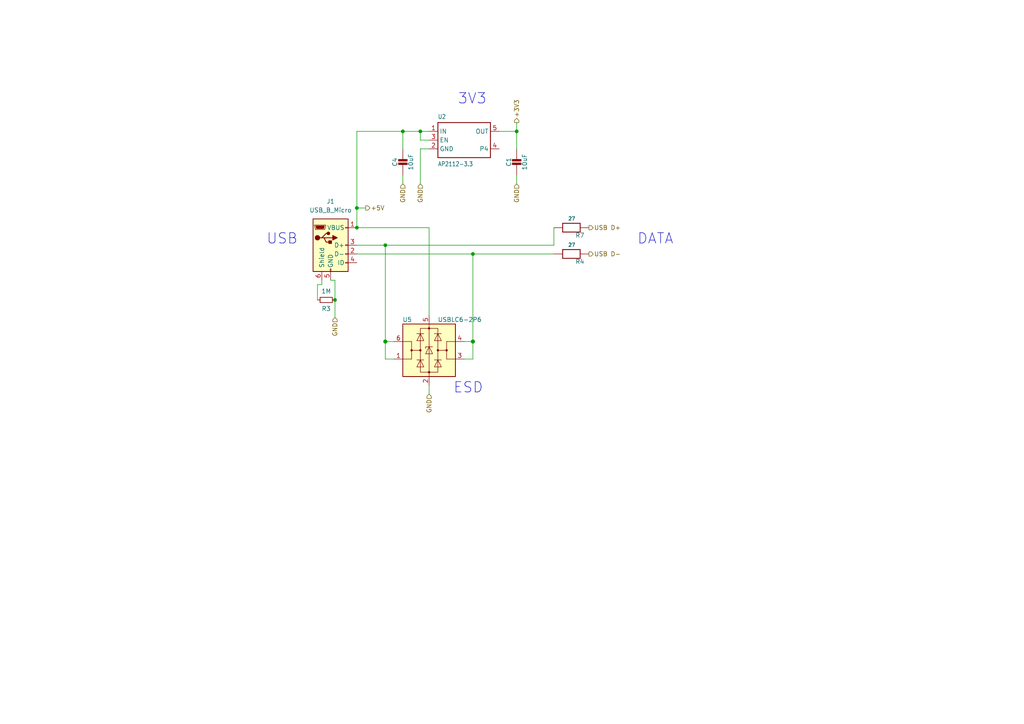
<source format=kicad_sch>
(kicad_sch (version 20230121) (generator eeschema)
  (paper "A4")
  (title_block (title "USB Micro B and 3V3 Power"))
  (lib_symbols
    (symbol "Connector:USB_B_Micro" (pin_names (offset 1.016))
      (property "Reference" "J" (at -5.08 11.43 0))
      (property "Value" "USB_B_Micro" (at -5.08 8.89 0))
      (symbol "USB_B_Micro_0_1"
        (rectangle (start -5.08 -7.62) (end 5.08 7.62) (stroke (width 0.254)) (fill (type background)))
        (circle (center -3.81 2.159) (radius 0.635) (stroke (width 0.254)) (fill (type outline)))
        (circle (center -0.635 3.429) (radius 0.381) (stroke (width 0.254)) (fill (type outline)))
        (rectangle (start -0.127 -7.62) (end 0.127 -6.858))
        (polyline (pts (xy -1.905 2.159) (xy 0.635 2.159)) (stroke (width 0.254)))
        (polyline (pts (xy -3.175 2.159) (xy -2.54 2.159) (xy -1.27 3.429) (xy -0.635 3.429)) (stroke (width 0.254)))
        (polyline (pts (xy -2.54 2.159) (xy -1.905 2.159) (xy -1.27 0.889) (xy 0 0.889)) (stroke (width 0.254)))
        (polyline (pts (xy 0.635 2.794) (xy 0.635 1.524) (xy 1.905 2.159) (xy 0.635 2.794)) (stroke (width 0.254)) (fill (type outline)))
        (polyline (pts (xy -4.318 5.588) (xy -1.778 5.588) (xy -2.032 4.826) (xy -4.064 4.826) (xy -4.318 5.588)) (fill (type outline)))
        (polyline (pts (xy -4.699 5.842) (xy -4.699 5.588) (xy -4.445 4.826) (xy -4.445 4.572) (xy -1.651 4.572) (xy -1.651 4.826) (xy -1.397 5.588) (xy -1.397 5.842) (xy -4.699 5.842)))
        (rectangle (start 0.254 1.27) (end -0.508 0.508) (stroke (width 0.254)) (fill (type outline)))
        (rectangle (start 5.08 -5.207) (end 4.318 -4.953))
        (rectangle (start 5.08 -2.667) (end 4.318 -2.413))
        (rectangle (start 5.08 -0.127) (end 4.318 0.127))
        (rectangle (start 5.08 4.953) (end 4.318 5.207))
      )
      (symbol "USB_B_Micro_1_1"
        (pin power_out line (at 7.62 5.08 180) (length 2.54) (name "VBUS") (number "1"))
        (pin bidirectional line (at 7.62 -2.54 180) (length 2.54) (name "D-") (number "2"))
        (pin bidirectional line (at 7.62 0 180) (length 2.54) (name "D+") (number "3"))
        (pin passive line (at 7.62 -5.08 180) (length 2.54) (name "ID") (number "4"))
        (pin power_out line (at 0 -10.16 90) (length 2.54) (name "GND") (number "5"))
        (pin passive line (at -2.54 -10.16 90) (length 2.54) (name "Shield") (number "6"))
      )
    )
    (symbol "Power_Protection:USBLC6-2P6" (pin_names hide)
      (property "Reference" "U" (at 2.54 8.89 0))
      (property "Value" "USBLC6-2P6" (at 2.54 -8.89 0))
      (symbol "USBLC6-2P6_0_1"
        (rectangle (start -7.62 -7.62) (end 7.62 7.62) (stroke (width 0.254)) (fill (type background)))
        (circle (center -5.08 0) (radius 0.254) (fill (type outline)))
        (circle (center -2.54 0) (radius 0.254) (fill (type outline)))
        (rectangle (start -2.54 6.35) (end 2.54 -6.35))
        (circle (center 0 -6.35) (radius 0.254) (fill (type outline)))
        (polyline (pts (xy -5.08 -2.54) (xy -7.62 -2.54)))
        (polyline (pts (xy -5.08 0) (xy -5.08 -2.54)))
        (polyline (pts (xy -5.08 2.54) (xy -7.62 2.54)))
        (polyline (pts (xy -1.524 -2.794) (xy -3.556 -2.794)))
        (polyline (pts (xy -1.524 4.826) (xy -3.556 4.826)))
        (polyline (pts (xy 0 -7.62) (xy 0 -6.35)))
        (polyline (pts (xy 0 -6.35) (xy 0 1.27)))
        (polyline (pts (xy 0 1.27) (xy 0 6.35)))
        (polyline (pts (xy 0 6.35) (xy 0 7.62)))
        (polyline (pts (xy 1.524 -2.794) (xy 3.556 -2.794)))
        (polyline (pts (xy 1.524 4.826) (xy 3.556 4.826)))
        (polyline (pts (xy 5.08 -2.54) (xy 7.62 -2.54)))
        (polyline (pts (xy 5.08 0) (xy 5.08 -2.54)))
        (polyline (pts (xy 5.08 2.54) (xy 7.62 2.54)))
        (polyline (pts (xy -2.54 0) (xy -5.08 0) (xy -5.08 2.54)))
        (polyline (pts (xy 2.54 0) (xy 5.08 0) (xy 5.08 2.54)))
        (polyline (pts (xy -3.556 -4.826) (xy -1.524 -4.826) (xy -2.54 -2.794) (xy -3.556 -4.826)))
        (polyline (pts (xy -3.556 2.794) (xy -1.524 2.794) (xy -2.54 4.826) (xy -3.556 2.794)))
        (polyline (pts (xy -1.016 -1.016) (xy 1.016 -1.016) (xy 0 1.016) (xy -1.016 -1.016)))
        (polyline (pts (xy 1.016 1.016) (xy 0.762 1.016) (xy -1.016 1.016) (xy -1.016 0.508)))
        (polyline (pts (xy 3.556 -4.826) (xy 1.524 -4.826) (xy 2.54 -2.794) (xy 3.556 -4.826)))
        (polyline (pts (xy 3.556 2.794) (xy 1.524 2.794) (xy 2.54 4.826) (xy 3.556 2.794)))
        (circle (center 0 6.35) (radius 0.254) (fill (type outline)))
        (circle (center 2.54 0) (radius 0.254) (fill (type outline)))
        (circle (center 5.08 0) (radius 0.254) (fill (type outline)))
      )
      (symbol "USBLC6-2P6_1_1"
        (pin passive line (at -10.16 -2.54 0) (length 2.54) (name "I/O1") (number "1"))
        (pin passive line (at 0 -10.16 90) (length 2.54) (name "GND") (number "2"))
        (pin passive line (at 10.16 -2.54 180) (length 2.54) (name "I/O2") (number "3"))
        (pin passive line (at 10.16 2.54 180) (length 2.54) (name "I/O2") (number "4"))
        (pin passive line (at 0 10.16 270) (length 2.54) (name "VBUS") (number "5"))
        (pin passive line (at -10.16 2.54 0) (length 2.54) (name "I/O1") (number "6"))
      )
    )
    (symbol "RP2040Breakout-eagle-import:CAP_CERAMIC_0805MP"
      (property "Reference" "C" (at -2.29 1.25 90))
      (symbol "CAP_CERAMIC_0805MP_1_0"
        (rectangle (start -1.27 0.508) (end 1.27 1.016) (fill (type outline)))
        (rectangle (start -1.27 1.524) (end 1.27 2.032) (fill (type outline)))
        (polyline (pts (xy 0 0.762) (xy 0 0)) (stroke (width 0.1524)))
        (polyline (pts (xy 0 2.54) (xy 0 1.778)) (stroke (width 0.1524)))
        (pin passive line (at 0 5.08 270) (length 2.54) (name "1") (number "1"))
        (pin passive line (at 0 -2.54 90) (length 2.54) (name "2") (number "2"))
      )
    )
    (symbol "RP2040Breakout-eagle-import:RESISTOR_0402NO"
      (property "Reference" "R" (at 0 2.54 0))
      (symbol "RESISTOR_0402NO_1_0"
        (polyline (pts (xy -2.54 -1.27) (xy -2.54 1.27)) (stroke (width 0.254)))
        (polyline (pts (xy -2.54 1.27) (xy 2.54 1.27)) (stroke (width 0.254)))
        (polyline (pts (xy 2.54 -1.27) (xy -2.54 -1.27)) (stroke (width 0.254)))
        (polyline (pts (xy 2.54 1.27) (xy 2.54 -1.27)) (stroke (width 0.254)))
        (pin passive line (at -5.08 0 0) (length 2.54) (name "1") (number "1"))
        (pin passive line (at 5.08 0 180) (length 2.54) (name "2") (number "2"))
      )
    )
    (symbol "RP2040Breakout-eagle-import:VREG_SOT23-5"
      (property "Reference" "U" (at -7.62 6.096 0))
      (symbol "VREG_SOT23-5_1_0"
        (polyline (pts (xy -7.62 -5.08) (xy -7.62 5.08)) (stroke (width 0.254)))
        (polyline (pts (xy -7.62 5.08) (xy 7.62 5.08)) (stroke (width 0.254)))
        (polyline (pts (xy 7.62 -5.08) (xy -7.62 -5.08)) (stroke (width 0.254)))
        (polyline (pts (xy 7.62 5.08) (xy 7.62 -5.08)) (stroke (width 0.254)))
        (pin power_in line (at -10.16 2.54 0) (length 2.54) (name "IN") (number "1"))
        (pin power_in line (at -10.16 -2.54 0) (length 2.54) (name "GND") (number "2"))
        (pin input line (at -10.16 0 0) (length 2.54) (name "EN") (number "3"))
        (pin bidirectional line (at 10.16 -2.54 180) (length 2.54) (name "P4") (number "4"))
        (pin power_in line (at 10.16 2.54 180) (length 2.54) (name "OUT") (number "5"))
      )
    )
    (symbol "icebreaker-rescue:pkl_R_Small-pkl_device" (pin_numbers hide) (pin_names (offset 0.254) hide)
      (property "Reference" "R" (at 0.762 0.508 0))
      (property "Value" "pkl_R_Small-pkl_device" (at 0.762 -1.016 0))
      (symbol "pkl_R_Small-pkl_device_0_1"
        (rectangle (start -0.762 1.778) (end 0.762 -1.778) (stroke (width 0.2032)))
      )
      (symbol "pkl_R_Small-pkl_device_1_1"
        (pin passive line (at 0 2.54 270) (length 0.762) (name "~") (number "1"))
        (pin passive line (at 0 -2.54 90) (length 0.762) (name "~") (number "2"))
      )
    )
  )
  (junction (at 97.155 86.995))
  (junction (at 103.505 60.325))
  (junction (at 137.16 73.66))
  (junction (at 121.92 38.1))
  (junction (at 111.76 99.06) (diameter 1.016))
  (junction (at 116.84 38.1))
  (junction (at 149.86 38.1))
  (junction (at 103.505 66.04))
  (junction (at 137.16 99.06) (diameter 1.016))
  (junction (at 111.76 71.12))
  (wire (pts (xy 124.46 38.1) (xy 121.92 38.1)) (stroke (width 0.1524)))
  (wire (pts (xy 144.78 38.1) (xy 149.86 38.1)) (stroke (width 0.1524)))
  (wire (pts (xy 114.3 104.14) (xy 111.76 104.14)))
  (wire (pts (xy 137.16 73.66) (xy 137.16 99.06)))
  (wire (pts (xy 116.84 38.1) (xy 121.92 38.1)) (stroke (width 0.1524)))
  (wire (pts (xy 121.92 40.64) (xy 124.46 40.64)) (stroke (width 0.1524)))
  (wire (pts (xy 116.84 43.18) (xy 116.84 38.1)) (stroke (width 0.1524)))
  (wire (pts (xy 116.84 50.8) (xy 116.84 53.34)) (stroke (width 0.1524)))
  (wire (pts (xy 124.46 43.18) (xy 121.92 43.18)) (stroke (width 0.1524)))
  (wire (pts (xy 149.86 38.1) (xy 149.86 43.18)) (stroke (width 0.1524)))
  (wire (pts (xy 124.46 66.04) (xy 124.46 91.44)))
  (wire (pts (xy 103.505 60.325) (xy 103.505 66.04)))
  (wire (pts (xy 149.86 35.56) (xy 149.86 38.1)) (stroke (width 0.1524)))
  (wire (pts (xy 121.92 43.18) (xy 121.92 53.34)) (stroke (width 0.1524)))
  (wire (pts (xy 121.92 38.1) (xy 121.92 40.64)) (stroke (width 0.1524)))
  (wire (pts (xy 149.86 50.8) (xy 149.86 53.34)) (stroke (width 0.1524)))
  (wire (pts (xy 111.76 104.14) (xy 111.76 99.06)))
  (wire (pts (xy 103.505 71.12) (xy 111.76 71.12)))
  (wire (pts (xy 103.505 73.66) (xy 137.16 73.66)))
  (wire (pts (xy 134.62 99.06) (xy 137.16 99.06)))
  (wire (pts (xy 93.345 81.28) (xy 93.345 82.55)))
  (wire (pts (xy 160.655 71.12) (xy 160.655 66.04)))
  (wire (pts (xy 137.16 73.66) (xy 160.655 73.66)))
  (wire (pts (xy 134.62 104.14) (xy 137.16 104.14)))
  (wire (pts (xy 95.885 81.28) (xy 97.155 81.28)))
  (wire (pts (xy 124.46 111.76) (xy 124.46 114.3)))
  (wire (pts (xy 114.3 99.06) (xy 111.76 99.06)))
  (wire (pts (xy 97.155 81.28) (xy 97.155 86.995)))
  (wire (pts (xy 97.155 86.995) (xy 97.155 92.075)))
  (wire (pts (xy 92.075 82.55) (xy 92.075 86.995)))
  (wire (pts (xy 93.345 82.55) (xy 92.075 82.55)))
  (wire (pts (xy 106.045 60.325) (xy 103.505 60.325)))
  (wire (pts (xy 103.505 38.1) (xy 116.84 38.1)))
  (wire (pts (xy 111.76 71.12) (xy 111.76 99.06)))
  (wire (pts (xy 111.76 71.12) (xy 160.655 71.12)))
  (wire (pts (xy 103.505 66.04) (xy 124.46 66.04)))
  (wire (pts (xy 103.505 60.325) (xy 103.505 38.1)))
  (wire (pts (xy 137.16 104.14) (xy 137.16 99.06)))
  (text "USB" (at 77.231 71.1094 0) (effects (font (size 3 3)) (justify left bottom)))
  (text "3V3" (at 132.715 30.48 0) (effects (font (size 3 3)) (justify left bottom)))
  (text "ESD" (at 131.445 114.3 0) (effects (font (size 3 3)) (justify left bottom)))
  (text "DATA" (at 184.785 71.12 0) (effects (font (size 3 3)) (justify left bottom)))
  (hierarchical_label "GND" (shape input) (at 97.155 92.075 270))
  (hierarchical_label "GND" (shape input) (at 149.86 53.34 270))
  (hierarchical_label "USB D+" (shape output) (at 170.815 66.04 0))
  (hierarchical_label "GND" (shape input) (at 121.92 53.34 270))
  (hierarchical_label "GND" (shape input) (at 116.84 53.34 270))
  (hierarchical_label "+3V3" (shape output) (at 149.86 35.56 90))
  (hierarchical_label "GND" (shape input) (at 124.46 114.3 270))
  (hierarchical_label "+5V" (shape output) (at 106.045 60.325 0))
  (hierarchical_label "USB D-" (shape output) (at 170.815 73.66 0))
  (symbol (lib_id "Connector:USB_B_Micro") (at 95.885 71.12 0) (unit 1)
    (property "Reference" "J1" (at 95.885 58.42 0))
    (property "Value" "USB_B_Micro" (at 95.885 60.96 0))
    (property "Footprint" "Connector_USB:USB_Micro-B_XKB_U254-051T-4BH83-F1S" (effects hide))
    (property "MFR" "U254-051T-4BH83-S1S" (effects hide))
    (property "LCSC" "C319160" (effects hide))
    (property "Note" "Minor swap, should have the same footprint" (effects hide))
  )
  (symbol (lib_id "RP2040Breakout-eagle-import:VREG_SOT23-5") (at 134.62 40.64 0) (unit 1)
    (property "Reference" "U2" (at 127 34.544 0) (effects (font (size 1.27 1.0795)) (justify left bottom)))
    (property "Value" "AP2112-3.3" (at 127 48.26 0) (effects (font (size 1.27 1.0795)) (justify left bottom)))
    (property "Footprint" "RP2040Breakout:SOT23-5@1" (effects hide))
    (property "MFR" "AP2112K-3.3TRG1" (effects hide))
    (property "LCSC" "C51118" (effects hide))
    (instances (project "RP2040Breakout" (path "" (reference "U2") (unit 1))) (project "Pico_FT232H_pair" (path "" (reference "U3") (unit 1)) (path "" (reference "U3") (unit 1))))
  )
  (symbol (lib_id "RP2040Breakout-eagle-import:CAP_CERAMIC_0805MP") (at 116.84 48.26 0) (unit 1)
    (property "Reference" "C4" (at 114.55 47.01 90))
    (property "Value" "10uF" (at 119.14 47.01 90))
    (property "Footprint" "RP2040Breakout:_0805MP" (effects hide))
    (property "MFR" "CL21A106KOQNNNE" (effects hide))
    (property "LCSC" "C1713" (effects hide))
    (instances (project "RP2040Breakout" (path "" (reference "C4") (unit 1))) (project "Pico_FT232H_pair" (path "" (reference "C1") (unit 1)) (path "" (reference "C1") (unit 1))))
  )
  (symbol (lib_id "RP2040Breakout-eagle-import:RESISTOR_0402NO") (at 165.735 66.04 180) (unit 1)
    (property "Reference" "R7" (at 169.545 67.5386 0) (effects (justify left bottom)))
    (property "Value" "27" (at 167.005 62.738 0) (effects (font (size 1.016 1.016) bold) (justify left bottom)))
    (property "Footprint" "RP2040Breakout:_0402NO" (effects hide))
    (property "MFR" "0402WGF270JTCE" (effects hide))
    (property "LCSC" "C25100" (effects hide))
    (instances (project "RP2040Breakout" (path "" (reference "R7") (unit 1))) (project "Pico_FT232H_pair" (path "" (reference "R1") (unit 1)) (path "" (reference "R2") (unit 1))))
  )
  (symbol (lib_id "RP2040Breakout-eagle-import:RESISTOR_0402NO") (at 165.735 73.66 180) (unit 1)
    (property "Reference" "R4" (at 169.545 75.1586 0) (effects (justify left bottom)))
    (property "Value" "27" (at 167.005 70.358 0) (effects (font (size 1.016 1.016) bold) (justify left bottom)))
    (property "Footprint" "RP2040Breakout:_0402NO" (effects hide))
    (property "MFR" "0402WGF270JTCE" (effects hide))
    (property "LCSC" "C25100" (effects hide))
    (instances (project "RP2040Breakout" (path "" (reference "R4") (unit 1))) (project "Pico_FT232H_pair" (path "" (reference "R2") (unit 1)) (path "" (reference "R3") (unit 1))))
  )
  (symbol (lib_id "Power_Protection:USBLC6-2P6") (at 124.46 101.6 0) (unit 1)
    (property "Reference" "U5" (at 118.11 92.71 0))
    (property "Value" "USBLC6-2P6" (at 133.35 92.71 0))
    (property "Footprint" "Package_TO_SOT_SMD:SOT-666" (effects hide))
    (property "Datasheet" "https://www.st.com/resource/en/datasheet/usblc6-2.pdf" (effects hide))
    (property "MFR" "USBLC6-2P6" (effects hide))
    (property "LCSC" "C2827693" (effects hide))
    (instances (project "Pico_FT232H_pair" (path "" (reference "U5") (unit 1))) (project "jtag-programmer" (path "" (reference "U2") (unit 1))))
  )
  (symbol (lib_id "icebreaker-rescue:pkl_R_Small-pkl_device") (at 94.615 86.995 270) (unit 1)
    (property "Reference" "R3" (at 94.615 89.535 90))
    (property "Value" "1M" (at 94.615 84.455 90))
    (property "Footprint" "Resistor_SMD:R_0402_1005Metric" (effects hide))
    (property "Source" "ANY" (effects hide))
    (property "MFR" "FRC0402J105 TS" (effects hide))
    (property "LCSC" "C2906900" (effects hide))
    (instances (project "Pico_FT232H_pair" (path "" (reference "R3") (unit 1)) (path "" (reference "R1") (unit 1))) (project "jtag-programmer" (path "" (reference "R1") (unit 1))))
  )
  (symbol (lib_id "RP2040Breakout-eagle-import:CAP_CERAMIC_0805MP") (at 149.86 48.26 0) (unit 1)
    (property "Reference" "C1" (at 147.57 47.01 90))
    (property "Value" "10uF" (at 152.16 47.01 90))
    (property "Footprint" "RP2040Breakout:_0805MP" (effects hide))
    (property "MFR" "CL21A106KOQNNNE" (effects hide))
    (property "LCSC" "C1713" (effects hide))
    (instances (project "RP2040Breakout" (path "" (reference "C1") (unit 1))) (project "Pico_FT232H_pair" (path "" (reference "C2") (unit 1)) (path "" (reference "C2") (unit 1))))
  )
)
</source>
